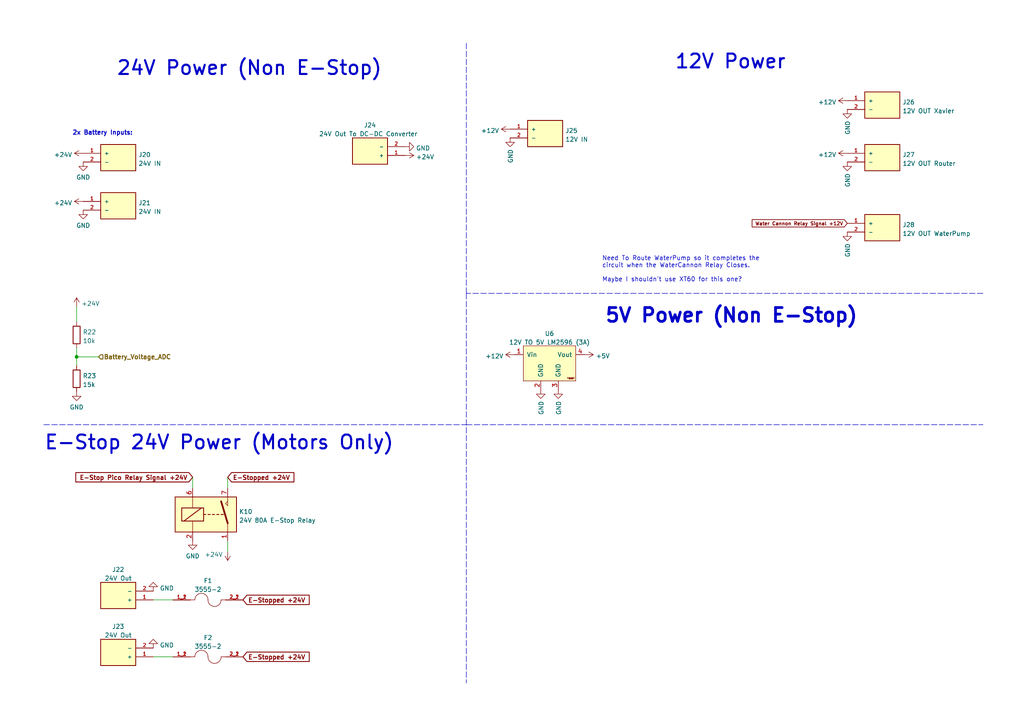
<source format=kicad_sch>
(kicad_sch (version 20211123) (generator eeschema)
  (paper "A4")
  (lib_symbols
    (symbol "3555-2:3555-2" (pin_names (offset 1.016))
      (property "Reference" "F" (at -7.62 3.81 0))
      (property "Value" "3555-2" (at -7.62 -3.81 0))
      (symbol "3555-2_0_0"
        (arc (start 0 0) (mid -1.905 1.905) (end -3.81 0) (stroke (width 0.1524)))
        (polyline (pts (xy -5.08 0) (xy -3.81 0)) (stroke (width 0.1524)))
        (polyline (pts (xy 5.08 0) (xy 3.81 0)) (stroke (width 0.1524)))
        (arc (start 0 0) (mid 1.905 -1.905) (end 3.81 0) (stroke (width 0.1524)))
        (pin passive line (at -10.16 0 0) (length 5.08) (name "~") (number "1_1"))
        (pin passive line (at -10.16 0 0) (length 5.08) (name "~") (number "1_2"))
        (pin passive line (at 10.16 0 180) (length 5.08) (name "~") (number "2_1"))
        (pin passive line (at 10.16 0 180) (length 5.08) (name "~") (number "2_2"))
      )
    )
    (symbol "Device:R" (pin_numbers hide) (pin_names (offset 0))
      (property "Reference" "R" (at 2.032 0 90))
      (property "Value" "R" (at 0 0 90))
      (symbol "R_0_1"
        (rectangle (start -1.016 -2.54) (end 1.016 2.54) (stroke (width 0.254)))
      )
      (symbol "R_1_1"
        (pin passive line (at 0 3.81 270) (length 1.27) (name "~") (number "1"))
        (pin passive line (at 0 -3.81 90) (length 1.27) (name "~") (number "2"))
      )
    )
    (symbol "Relay:DIPxx-1Axx-12x"
      (property "Reference" "K" (at 8.89 3.81 0))
      (property "Value" "DIPxx-1Axx-12x" (at 8.89 1.27 0))
      (symbol "DIPxx-1Axx-12x_0_0"
        (polyline (pts (xy 5.08 5.08) (xy 5.08 2.54) (xy 4.445 3.175) (xy 5.08 3.81)))
      )
      (symbol "DIPxx-1Axx-12x_0_1"
        (rectangle (start -10.16 5.08) (end 7.62 -5.08) (stroke (width 0.254)) (fill (type background)))
        (rectangle (start -8.255 1.905) (end -1.905 -1.905) (stroke (width 0.254)))
        (polyline (pts (xy -7.62 -1.905) (xy -2.54 1.905)) (stroke (width 0.254)))
        (polyline (pts (xy -5.08 -5.08) (xy -5.08 -1.905)))
        (polyline (pts (xy -5.08 5.08) (xy -5.08 1.905)))
        (polyline (pts (xy -1.905 0) (xy -1.27 0)) (stroke (width 0.254)))
        (polyline (pts (xy -0.635 0) (xy 0 0)) (stroke (width 0.254)))
        (polyline (pts (xy 0.635 0) (xy 1.27 0)) (stroke (width 0.254)))
        (polyline (pts (xy 1.905 0) (xy 2.54 0)) (stroke (width 0.254)))
        (polyline (pts (xy 3.175 0) (xy 3.81 0)) (stroke (width 0.254)))
        (polyline (pts (xy 5.08 -2.54) (xy 3.175 3.81)) (stroke (width 0.508)))
        (polyline (pts (xy 5.08 -2.54) (xy 5.08 -5.08)))
      )
      (symbol "DIPxx-1Axx-12x_1_1"
        (pin passive line (at 5.08 -7.62 90) (length 2.54) (name "~") (number "1"))
        (pin passive line (at -5.08 -7.62 90) (length 2.54) hide (name "~") (number "13"))
        (pin passive line (at 5.08 -7.62 90) (length 2.54) hide (name "~") (number "14"))
        (pin passive line (at -5.08 -7.62 90) (length 2.54) (name "~") (number "2"))
        (pin passive line (at -5.08 7.62 270) (length 2.54) (name "~") (number "6"))
        (pin passive line (at 5.08 7.62 270) (length 2.54) (name "~") (number "7"))
        (pin passive line (at 5.08 7.62 270) (length 2.54) hide (name "~") (number "8"))
      )
    )
    (symbol "XT60PW-M:XT60PW-M" (pin_names (offset 1.016))
      (property "Reference" "J" (at -5.08 5.715 0))
      (property "Value" "XT60PW-M" (at -5.08 -5.08 0))
      (symbol "XT60PW-M_0_0"
        (rectangle (start -5.08 -2.54) (end 5.08 5.08) (stroke (width 0.254)) (fill (type background)))
        (pin passive line (at -10.16 2.54 0) (length 5.08) (name "+") (number "1"))
        (pin passive line (at -10.16 0 0) (length 5.08) (name "-") (number "2"))
      )
    )
    (symbol "dcdc_stepdown_lm2596:YAAJ_DCDC_StepDown_LM2596" (pin_names (offset 1.016))
      (property "Reference" "U" (at -5.08 6.35 0))
      (property "Value" "YAAJ_DCDC_StepDown_LM2596" (at 0 11.43 0))
      (symbol "YAAJ_DCDC_StepDown_LM2596_0_1"
        (rectangle (start -7.62 5.08) (end 7.62 -5.08) (fill (type background)))
      )
      (symbol "YAAJ_DCDC_StepDown_LM2596_1_1"
        (text "Y@@V" (at 6.1976 -4.2672 0) (effects (font (size 0.508 0.508))))
        (pin power_in line (at -10.16 2.54 0) (length 2.54) (name "Vin") (number "1"))
        (pin power_in line (at -2.54 -7.62 90) (length 2.54) (name "GND") (number "2"))
        (pin power_in line (at 2.54 -7.62 90) (length 2.54) (name "GND") (number "3"))
        (pin power_out line (at 10.16 2.54 180) (length 2.54) (name "Vout") (number "4"))
      )
    )
    (symbol "power:+12V" (power) (pin_names (offset 0))
      (property "Value" "+12V" (at 0 3.556 0))
      (symbol "+12V_0_1"
        (polyline (pts (xy -0.762 1.27) (xy 0 2.54)))
        (polyline (pts (xy 0 0) (xy 0 2.54)))
        (polyline (pts (xy 0 2.54) (xy 0.762 1.27)))
      )
      (symbol "+12V_1_1"
        (pin power_in line (at 0 0 90) (length 0) hide (name "+12V") (number "1"))
      )
    )
    (symbol "power:+24V" (power) (pin_names (offset 0))
      (property "Value" "+24V" (at 0 3.556 0))
      (symbol "+24V_0_1"
        (polyline (pts (xy -0.762 1.27) (xy 0 2.54)))
        (polyline (pts (xy 0 0) (xy 0 2.54)))
        (polyline (pts (xy 0 2.54) (xy 0.762 1.27)))
      )
      (symbol "+24V_1_1"
        (pin power_in line (at 0 0 90) (length 0) hide (name "+24V") (number "1"))
      )
    )
    (symbol "power:+5V" (power) (pin_names (offset 0))
      (property "Value" "+5V" (at 0 3.556 0))
      (symbol "+5V_0_1"
        (polyline (pts (xy -0.762 1.27) (xy 0 2.54)))
        (polyline (pts (xy 0 0) (xy 0 2.54)))
        (polyline (pts (xy 0 2.54) (xy 0.762 1.27)))
      )
      (symbol "+5V_1_1"
        (pin power_in line (at 0 0 90) (length 0) hide (name "+5V") (number "1"))
      )
    )
    (symbol "power:GND" (power) (pin_names (offset 0))
      (property "Value" "GND" (at 0 -3.81 0))
      (symbol "GND_0_1"
        (polyline (pts (xy 0 0) (xy 0 -1.27) (xy 1.27 -1.27) (xy 0 -2.54) (xy -1.27 -1.27) (xy 0 -1.27)))
      )
      (symbol "GND_1_1"
        (pin power_in line (at 0 0 270) (length 0) hide (name "GND") (number "1"))
      )
    )
  )
  (junction (at 22.225 103.505))
  (wire (pts (xy 22.225 103.505) (xy 22.225 106.045)))
  (polyline (pts (xy 135.255 85.09) (xy 135.255 198.12)))
  (polyline (pts (xy 285.115 85.09) (xy 135.255 85.09)))
  (wire (pts (xy 44.45 173.99) (xy 50.165 173.99)))
  (wire (pts (xy 22.225 103.505) (xy 28.575 103.505)))
  (polyline (pts (xy 135.255 123.19) (xy 285.115 123.19)))
  (polyline (pts (xy 12.7 123.19) (xy 135.255 123.19)))
  (wire (pts (xy 66.04 138.43) (xy 66.04 141.605)))
  (wire (pts (xy 44.45 190.5) (xy 50.165 190.5)))
  (polyline (pts (xy 135.255 85.09) (xy 135.255 12.065)))
  (wire (pts (xy 22.225 88.9) (xy 22.225 93.345)))
  (wire (pts (xy 22.225 100.965) (xy 22.225 103.505)))
  (wire (pts (xy 55.88 138.43) (xy 55.88 141.605)))
  (wire (pts (xy 66.04 156.845) (xy 66.04 160.02)))
  (text "12V Out Device & Max Current\n-------------------\n\n	- Xavier 12V @ 3A\n	- Router 12V @ 2.5A\n	- Water Pump 12V @ 4A\n\n--------------------------\n\nOld Boat:\n	- Network Switch 12V @ ?\n	- Velodyne Box 12V @ ?\n	- POE to Rocket 12V @ ?\n	- Water Pump 12V @ ?" (at 299.085 62.865 0) (effects (font (size 2 2)) (justify left bottom)))
  (text "24V Power (Non E-Stop)" (at 33.655 22.225 0) (effects (font (size 4 4) (thickness 0.6) bold) (justify left bottom)))
  (text "2x Battery Inputs:" (at 20.955 39.37 0) (effects (font (size 1.27 1.27) bold) (justify left bottom)))
  (text "12V Power" (at 195.58 20.32 0) (effects (font (size 4 4) (thickness 0.6) bold) (justify left bottom)))
  (text "Need To Route WaterPump so it completes the\ncircuit when the WaterCannon Relay Closes. \n\nMaybe I shouldn't use XT60 for this one?" (at 174.625 81.915 0) (effects (font (size 1.27 1.27)) (justify left bottom)))
  (text "24V In:\n	- 2x XT60 Terminals\n	" (at -36.195 26.035 0) (effects (font (size 1.27 1.27) bold) (justify left bottom)))
  (text "NON E-Stopped 5V \n------------\n\n	- 5V to Pico Power VBUS\n\n\n\nDo I want to power just the RC Pico from this?\nAnd just leave Auto Pico as power from Xavier USB?" (at 299.085 117.475 0) (effects (font (size 2 2)) (justify left bottom)))
  (text "E-Stop 24V Power (Motors Only)" (at 12.7 130.81 0) (effects (font (size 4 4) (thickness 0.6) bold) (justify left bottom)))
  (text "E-Stopped 5V \n---------\n\n	- Front Steering Servo \n	- Rear Steering Servo\n\n	- Water Cannon Turret Servo 1 \n	- Water Cannon Turret Servo 2" (at 299.085 156.845 0) (effects (font (size 2 2)) (justify left bottom)))
  (text "5V Power (Non E-Stop)" (at 175.26 93.98 0) (effects (font (size 4 4) bold) (justify left bottom)))
  (global_label "E-Stop Pico Relay Signal +24V" (shape input) (at 55.88 138.43 180) (effects (font bold)) (property "Intersheet References" "${INTERSHEET_REFS}" (effects hide)))
  (global_label "Water Cannon Relay Signal +12V" (shape input) (at 245.745 64.77 180) (effects (font (size 1 1) bold)) (property "Intersheet References" "${INTERSHEET_REFS}" (effects hide)))
  (global_label "E-Stopped +24V" (shape input) (at 70.485 190.5 0) (effects (font bold)) (property "Intersheet References" "${INTERSHEET_REFS}" (effects hide)))
  (global_label "E-Stopped +24V" (shape input) (at 66.04 138.43 0) (effects (font bold)) (property "Intersheet References" "${INTERSHEET_REFS}" (effects hide)))
  (global_label "E-Stopped +24V" (shape input) (at 70.485 173.99 0) (effects (font bold)) (property "Intersheet References" "${INTERSHEET_REFS}" (effects hide)))
  (hierarchical_label "Battery_Voltage_ADC" (shape input) (at 28.575 103.505 0) (effects (font bold)))
  (symbol (lib_id "power:GND") (at 147.955 40.005 0) (unit 1)
    (property "Reference" "#PWR0166" (effects hide))
    (property "Value" "GND" (at 148.082 43.2562 90) (effects (justify right)))
  )
  (symbol (lib_id "power:GND") (at 245.745 46.99 0) (unit 1)
    (property "Reference" "#PWR0159" (effects hide))
    (property "Value" "GND" (at 245.872 50.2412 90) (effects (justify right)))
  )
  (symbol (lib_id "power:+5V") (at 169.545 102.87 270) (unit 1)
    (property "Reference" "#PWR0164" (effects hide))
    (property "Value" "+5V" (at 172.7962 103.251 90) (effects (justify left)))
  )
  (symbol (lib_id "power:GND") (at 55.88 156.845 0) (unit 1)
    (property "Reference" "#PWR0173" (effects hide))
    (property "Value" "GND" (at 55.88 161.2884 0))
  )
  (symbol (lib_id "XT60PW-M:XT60PW-M") (at 107.315 42.545 180) (unit 1)
    (property "Reference" "J24" (at 107.315 36.3052 0))
    (property "Value" "24V Out To DC-DC Converter " (at 107.315 38.8421 0))
    (property "Footprint" "dylan:AMASS_XT60PW-M" (effects hide))
    (property "MANUFACTURER" "AMASS" (effects hide))
    (property "PARTREV" "V1.2" (effects hide))
    (property "STANDARD" "Manufacturer recommendations" (effects hide))
    (property "MAXIMUM_PACKAGE_HEIGHT" "8.4 mm" (effects hide))
  )
  (symbol (lib_id "dcdc_stepdown_lm2596:YAAJ_DCDC_StepDown_LM2596") (at 159.385 105.41 0) (unit 1)
    (property "Reference" "U6" (at 159.385 96.7572 0))
    (property "Value" "12V TO 5V LM2596 (3A)" (at 159.385 99.2941 0))
    (property "Footprint" "dylan:DCDC_StepDown_LM2596" (effects hide))
  )
  (symbol (lib_id "power:GND") (at 117.475 42.545 90) (unit 1)
    (property "Reference" "#PWR0167" (effects hide))
    (property "Value" "GND" (at 120.65 42.9788 90) (effects (justify right)))
  )
  (symbol (lib_id "Device:R") (at 22.225 97.155 0) (unit 1)
    (property "Reference" "R22" (at 24.003 96.3203 0) (effects (justify left)))
    (property "Value" "10k" (at 24.003 98.8572 0) (effects (justify left)))
    (property "Footprint" "Resistor_SMD:R_0805_2012Metric" (effects hide))
  )
  (symbol (lib_id "power:+12V") (at 245.745 29.21 90) (unit 1)
    (property "Reference" "#PWR0161" (effects hide))
    (property "Value" "+12V" (at 242.57 29.6438 90) (effects (justify left)))
  )
  (symbol (lib_id "power:+24V") (at 22.225 88.9 0) (unit 1)
    (property "Reference" "#PWR0197" (effects hide))
    (property "Value" "+24V" (at 23.622 88.0638 0) (effects (justify left)))
  )
  (symbol (lib_id "XT60PW-M:XT60PW-M") (at 34.29 46.99 0) (unit 1)
    (property "Reference" "J20" (at 40.132 44.8853 0) (effects (justify left)))
    (property "Value" "24V IN" (at 40.132 47.4222 0) (effects (justify left)))
    (property "Footprint" "dylan:AMASS_XT60PW-M" (effects hide))
    (property "MANUFACTURER" "AMASS" (effects hide))
    (property "PARTREV" "V1.2" (effects hide))
    (property "STANDARD" "Manufacturer recommendations" (effects hide))
    (property "MAXIMUM_PACKAGE_HEIGHT" "8.4 mm" (effects hide))
  )
  (symbol (lib_id "power:GND") (at 161.925 113.03 0) (unit 1)
    (property "Reference" "#PWR0156" (effects hide))
    (property "Value" "GND" (at 162.052 116.2812 90) (effects (justify right)))
  )
  (symbol (lib_id "power:GND") (at 156.845 113.03 0) (unit 1)
    (property "Reference" "#PWR0154" (effects hide))
    (property "Value" "GND" (at 156.972 116.2812 90) (effects (justify right)))
  )
  (symbol (lib_id "power:+24V") (at 117.475 45.085 270) (unit 1)
    (property "Reference" "#PWR0168" (effects hide))
    (property "Value" "+24V" (at 120.65 45.5188 90) (effects (justify left)))
  )
  (symbol (lib_id "power:+24V") (at 24.13 58.42 90) (unit 1)
    (property "Reference" "#PWR0170" (effects hide))
    (property "Value" "+24V" (at 20.955 58.8538 90) (effects (justify left)))
  )
  (symbol (lib_id "power:GND") (at 245.745 31.75 0) (unit 1)
    (property "Reference" "#PWR0162" (effects hide))
    (property "Value" "GND" (at 245.872 35.0012 90) (effects (justify right)))
  )
  (symbol (lib_id "power:GND") (at 44.45 187.96 180) (unit 1)
    (property "Reference" "#PWR0176" (effects hide))
    (property "Value" "GND" (at 46.355 187.1238 0) (effects (justify right)))
  )
  (symbol (lib_id "power:+24V") (at 24.13 44.45 90) (unit 1)
    (property "Reference" "#PWR0171" (effects hide))
    (property "Value" "+24V" (at 20.955 44.8838 90) (effects (justify left)))
  )
  (symbol (lib_id "XT60PW-M:XT60PW-M") (at 158.115 40.005 0) (unit 1)
    (property "Reference" "J25" (at 163.957 37.9003 0) (effects (justify left)))
    (property "Value" "12V IN" (at 163.957 40.4372 0) (effects (justify left)))
    (property "Footprint" "dylan:AMASS_XT60PW-M" (effects hide))
    (property "MANUFACTURER" "AMASS" (effects hide))
    (property "PARTREV" "V1.2" (effects hide))
    (property "STANDARD" "Manufacturer recommendations" (effects hide))
    (property "MAXIMUM_PACKAGE_HEIGHT" "8.4 mm" (effects hide))
  )
  (symbol (lib_id "3555-2:3555-2") (at 60.325 190.5 0) (unit 1)
    (property "Reference" "F2" (at 60.325 184.946 0))
    (property "Value" "3555-2" (at 60.325 187.4829 0))
    (property "Footprint" "dylan:FUSE_3555-2" (effects hide))
    (property "MF" "Keystone Electronics" (effects hide))
    (property "MAXIMUM_PACKAGE_HEIGHT" "11.6mm" (effects hide))
    (property "Package" "None" (effects hide))
    (property "Price" "None" (effects hide))
    (property "Check_prices" "https://www.snapeda.com/parts/3555-2/Keystone+Electronics/view-part/?ref=eda" (effects hide))
    (property "STANDARD" "Manufacturer Recommendations" (effects hide))
    (property "PARTREV" "A" (effects hide))
    (property "SnapEDA_Link" "https://www.snapeda.com/parts/3555-2/Keystone+Electronics/view-part/?ref=snap" (effects hide))
    (property "MP" "3555-2" (effects hide))
    (property "Purchase-URL" "https://www.snapeda.com/api/url_track_click_mouser/?unipart_id=4792081&manufacturer=Keystone Electronics&part_name=3555-2&search_term=None" (effects hide))
    (property "Description" "\nAuto Fuse Holder, 1 Fuse, Blade, Standard, THM, 50Amp, Hi-Temp Nylon, UL94V-0 | Keystone Electronics 3555-2\n" (effects hide))
    (property "SNAPEDA_PN" "3555-2" (effects hide))
    (property "Availability" "In Stock" (effects hide))
    (property "MANUFACTURER" "Keystone" (effects hide))
  )
  (symbol (lib_id "power:+12V") (at 245.745 44.45 90) (unit 1)
    (property "Reference" "#PWR0163" (effects hide))
    (property "Value" "+12V" (at 242.57 44.8838 90) (effects (justify left)))
  )
  (symbol (lib_id "XT60PW-M:XT60PW-M") (at 34.29 60.96 0) (unit 1)
    (property "Reference" "J21" (at 40.132 58.8553 0) (effects (justify left)))
    (property "Value" "24V IN" (at 40.132 61.3922 0) (effects (justify left)))
    (property "Footprint" "dylan:AMASS_XT60PW-M" (effects hide))
    (property "MANUFACTURER" "AMASS" (effects hide))
    (property "PARTREV" "V1.2" (effects hide))
    (property "STANDARD" "Manufacturer recommendations" (effects hide))
    (property "MAXIMUM_PACKAGE_HEIGHT" "8.4 mm" (effects hide))
  )
  (symbol (lib_id "power:+24V") (at 66.04 160.02 180) (unit 1)
    (property "Reference" "#PWR0174" (effects hide))
    (property "Value" "+24V" (at 64.643 160.8562 0) (effects (justify left)))
  )
  (symbol (lib_id "power:+12V") (at 147.955 37.465 90) (unit 1)
    (property "Reference" "#PWR0165" (effects hide))
    (property "Value" "+12V" (at 144.78 37.8988 90) (effects (justify left)))
  )
  (symbol (lib_id "power:GND") (at 44.45 171.45 180) (unit 1)
    (property "Reference" "#PWR0175" (effects hide))
    (property "Value" "GND" (at 46.355 170.6138 0) (effects (justify right)))
  )
  (symbol (lib_id "XT60PW-M:XT60PW-M") (at 255.905 46.99 0) (unit 1)
    (property "Reference" "J27" (at 261.747 44.8853 0) (effects (justify left)))
    (property "Value" "12V OUT Router" (at 261.747 47.4222 0) (effects (justify left)))
    (property "Footprint" "dylan:AMASS_XT60PW-M" (effects hide))
    (property "MANUFACTURER" "AMASS" (effects hide))
    (property "PARTREV" "V1.2" (effects hide))
    (property "STANDARD" "Manufacturer recommendations" (effects hide))
    (property "MAXIMUM_PACKAGE_HEIGHT" "8.4 mm" (effects hide))
  )
  (symbol (lib_id "XT60PW-M:XT60PW-M") (at 34.29 171.45 180) (unit 1)
    (property "Reference" "J22" (at 34.29 165.2102 0))
    (property "Value" "24V Out" (at 34.29 167.7471 0))
    (property "Footprint" "dylan:AMASS_XT60PW-M" (effects hide))
    (property "MANUFACTURER" "AMASS" (effects hide))
    (property "PARTREV" "V1.2" (effects hide))
    (property "STANDARD" "Manufacturer recommendations" (effects hide))
    (property "MAXIMUM_PACKAGE_HEIGHT" "8.4 mm" (effects hide))
  )
  (symbol (lib_id "XT60PW-M:XT60PW-M") (at 255.905 31.75 0) (unit 1)
    (property "Reference" "J26" (at 261.747 29.6453 0) (effects (justify left)))
    (property "Value" "12V OUT Xavier" (at 261.747 32.1822 0) (effects (justify left)))
    (property "Footprint" "dylan:AMASS_XT60PW-M" (effects hide))
    (property "MANUFACTURER" "AMASS" (effects hide))
    (property "PARTREV" "V1.2" (effects hide))
    (property "STANDARD" "Manufacturer recommendations" (effects hide))
    (property "MAXIMUM_PACKAGE_HEIGHT" "8.4 mm" (effects hide))
  )
  (symbol (lib_id "power:GND") (at 245.745 67.31 0) (unit 1)
    (property "Reference" "#PWR0160" (effects hide))
    (property "Value" "GND" (at 245.872 70.5612 90) (effects (justify right)))
  )
  (symbol (lib_id "Relay:DIPxx-1Axx-12x") (at 60.96 149.225 0) (unit 1)
    (property "Reference" "K10" (at 69.342 148.3903 0) (effects (justify left)))
    (property "Value" "24V 80A E-Stop Relay" (at 69.342 150.9272 0) (effects (justify left)))
    (property "Footprint" "dylan:JD2912-1H-24VDC 80A 28VDC" (effects hide))
    (property "Datasheet" "https://standexelectronics.com/wp-content/uploads/datasheet_reed_relay_DIP.pdf" (effects hide))
  )
  (symbol (lib_id "XT60PW-M:XT60PW-M") (at 255.905 67.31 0) (unit 1)
    (property "Reference" "J28" (at 261.747 65.2053 0) (effects (justify left)))
    (property "Value" "12V OUT WaterPump" (at 261.747 67.7422 0) (effects (justify left)))
    (property "Footprint" "dylan:AMASS_XT60PW-M" (effects hide))
    (property "MANUFACTURER" "AMASS" (effects hide))
    (property "PARTREV" "V1.2" (effects hide))
    (property "STANDARD" "Manufacturer recommendations" (effects hide))
    (property "MAXIMUM_PACKAGE_HEIGHT" "8.4 mm" (effects hide))
  )
  (symbol (lib_id "power:GND") (at 24.13 60.96 0) (unit 1)
    (property "Reference" "#PWR0169" (effects hide))
    (property "Value" "GND" (at 24.13 65.4034 0))
  )
  (symbol (lib_id "XT60PW-M:XT60PW-M") (at 34.29 187.96 180) (unit 1)
    (property "Reference" "J23" (at 34.29 181.7202 0))
    (property "Value" "24V Out" (at 34.29 184.2571 0))
    (property "Footprint" "dylan:AMASS_XT60PW-M" (effects hide))
    (property "MANUFACTURER" "AMASS" (effects hide))
    (property "PARTREV" "V1.2" (effects hide))
    (property "STANDARD" "Manufacturer recommendations" (effects hide))
    (property "MAXIMUM_PACKAGE_HEIGHT" "8.4 mm" (effects hide))
  )
  (symbol (lib_id "Device:R") (at 22.225 109.855 0) (unit 1)
    (property "Reference" "R23" (at 24.003 109.0203 0) (effects (justify left)))
    (property "Value" "15k" (at 24.003 111.5572 0) (effects (justify left)))
    (property "Footprint" "Resistor_SMD:R_0805_2012Metric" (effects hide))
  )
  (symbol (lib_id "3555-2:3555-2") (at 60.325 173.99 0) (unit 1)
    (property "Reference" "F1" (at 60.325 168.436 0))
    (property "Value" "3555-2" (at 60.325 170.9729 0))
    (property "Footprint" "dylan:FUSE_3555-2" (effects hide))
    (property "MF" "Keystone Electronics" (effects hide))
    (property "MAXIMUM_PACKAGE_HEIGHT" "11.6mm" (effects hide))
    (property "Package" "None" (effects hide))
    (property "Price" "None" (effects hide))
    (property "Check_prices" "https://www.snapeda.com/parts/3555-2/Keystone+Electronics/view-part/?ref=eda" (effects hide))
    (property "STANDARD" "Manufacturer Recommendations" (effects hide))
    (property "PARTREV" "A" (effects hide))
    (property "SnapEDA_Link" "https://www.snapeda.com/parts/3555-2/Keystone+Electronics/view-part/?ref=snap" (effects hide))
    (property "MP" "3555-2" (effects hide))
    (property "Purchase-URL" "https://www.snapeda.com/api/url_track_click_mouser/?unipart_id=4792081&manufacturer=Keystone Electronics&part_name=3555-2&search_term=None" (effects hide))
    (property "Description" "\nAuto Fuse Holder, 1 Fuse, Blade, Standard, THM, 50Amp, Hi-Temp Nylon, UL94V-0 | Keystone Electronics 3555-2\n" (effects hide))
    (property "SNAPEDA_PN" "3555-2" (effects hide))
    (property "Availability" "In Stock" (effects hide))
    (property "MANUFACTURER" "Keystone" (effects hide))
  )
  (symbol (lib_id "power:GND") (at 22.225 113.665 0) (unit 1)
    (property "Reference" "#PWR0196" (effects hide))
    (property "Value" "GND" (at 22.225 118.1084 0))
  )
  (symbol (lib_id "power:GND") (at 24.13 46.99 0) (unit 1)
    (property "Reference" "#PWR0172" (effects hide))
    (property "Value" "GND" (at 24.13 51.4334 0))
  )
  (symbol (lib_id "power:+12V") (at 149.225 102.87 90) (unit 1)
    (property "Reference" "#PWR0153" (effects hide))
    (property "Value" "+12V" (at 146.05 103.3038 90) (effects (justify left)))
  )
)
</source>
